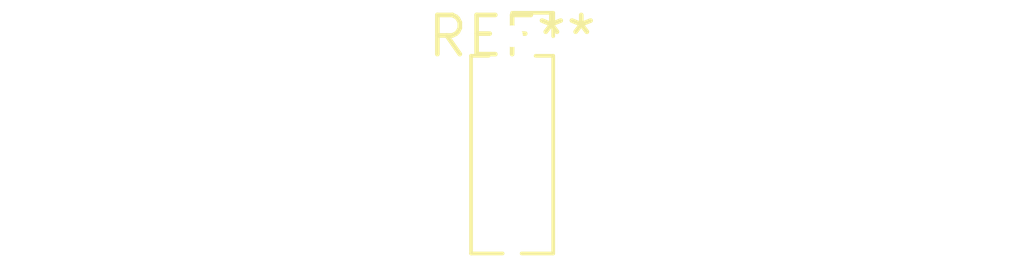
<source format=kicad_pcb>
(kicad_pcb (version 20240108) (generator pcbnew)
  (layers (0 "F.Cu" signal) (31 "B.Cu" signal) (34 "B.Paste" user) (35 "F.Paste" user) (36 "B.SilkS" user "B.Silkscreen") (37 "F.SilkS" user "F.Silkscreen") (38 "B.Mask" user) (39 "F.Mask" user) (44 "Edge.Cuts" user))
  (net 0 "")
  (footprint "PinSocket_1x06_P1.27mm_Vertical" (layer "F.Cu") (at 0 0)
    (property "Reference" "REF**")
    (property "Value" "PinSocket_1x06_P1.27mm_Vertical")
    (fp_line (start -1.33 0.635) (end -1.33 7.045) (layer "F.SilkS") (stroke (width 0.12)))
    (fp_line (start -1.33 0.635) (end -0.76 0.635) (layer "F.SilkS") (stroke (width 0.12)))
    (fp_line (start -1.33 7.045) (end -0.30753 7.045) (layer "F.SilkS") (stroke (width 0.12)))
    (fp_line (start 0 -0.76) (end 1.33 -0.76) (layer "F.SilkS") (stroke (width 0.12)))
    (fp_line (start 0.30753 7.045) (end 1.33 7.045) (layer "F.SilkS") (stroke (width 0.12)))
    (fp_line (start 0.76 0.635) (end 1.33 0.635) (layer "F.SilkS") (stroke (width 0.12)))
    (fp_line (start 1.33 -0.76) (end 1.33 0) (layer "F.SilkS") (stroke (width 0.12)))
    (fp_line (start 1.33 0.635) (end 1.33 7.045) (layer "F.SilkS") (stroke (width 0.12)))
    (pad "1" thru_hole rect (at 0 0) (size 1 1) (drill 0.7) (layers *.Cu *.Mask) (remove_unused_layers))
    (pad "2" thru_hole oval (at 0 1.27) (size 1 1) (drill 0.7) (layers *.Cu *.Mask) (remove_unused_layers))
    (pad "3" thru_hole oval (at 0 2.54) (size 1 1) (drill 0.7) (layers *.Cu *.Mask) (remove_unused_layers))
    (pad "4" thru_hole oval (at 0 3.81) (size 1 1) (drill 0.7) (layers *.Cu *.Mask) (remove_unused_layers))
    (pad "5" thru_hole oval (at 0 5.08) (size 1 1) (drill 0.7) (layers *.Cu *.Mask) (remove_unused_layers))
    (pad "6" thru_hole oval (at 0 6.35) (size 1 1) (drill 0.7) (layers *.Cu *.Mask) (remove_unused_layers))
  )
)
</source>
